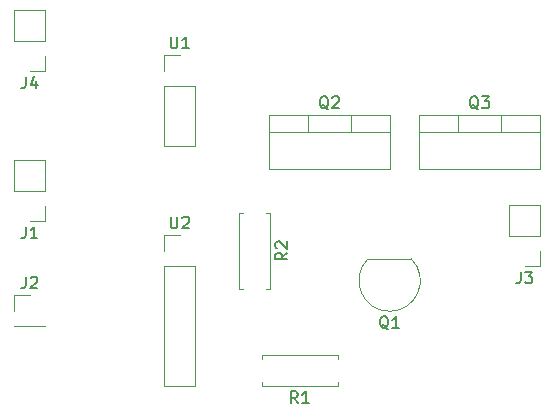
<source format=gbr>
G04 #@! TF.GenerationSoftware,KiCad,Pcbnew,5.0.0-fee4fd1~65~ubuntu17.10.1*
G04 #@! TF.CreationDate,2018-12-28T17:30:30-05:00*
G04 #@! TF.ProjectId,resetter,72657365747465722E6B696361645F70,rev?*
G04 #@! TF.SameCoordinates,Original*
G04 #@! TF.FileFunction,Legend,Top*
G04 #@! TF.FilePolarity,Positive*
%FSLAX46Y46*%
G04 Gerber Fmt 4.6, Leading zero omitted, Abs format (unit mm)*
G04 Created by KiCad (PCBNEW 5.0.0-fee4fd1~65~ubuntu17.10.1) date Fri Dec 28 17:30:30 2018*
%MOMM*%
%LPD*%
G01*
G04 APERTURE LIST*
%ADD10C,0.120000*%
%ADD11C,0.150000*%
G04 APERTURE END LIST*
D10*
G04 #@! TO.C,J1*
X30540000Y-41970000D02*
X29210000Y-41970000D01*
X30540000Y-40640000D02*
X30540000Y-41970000D01*
X30540000Y-39370000D02*
X27880000Y-39370000D01*
X27880000Y-39370000D02*
X27880000Y-36770000D01*
X30540000Y-39370000D02*
X30540000Y-36770000D01*
X30540000Y-36770000D02*
X27880000Y-36770000D01*
G04 #@! TO.C,J2*
X27880000Y-48200000D02*
X29210000Y-48200000D01*
X27880000Y-49530000D02*
X27880000Y-48200000D01*
X27880000Y-50800000D02*
X30540000Y-50800000D01*
X30540000Y-50800000D02*
X30540000Y-50860000D01*
X27880000Y-50800000D02*
X27880000Y-50860000D01*
X27880000Y-50860000D02*
X30540000Y-50860000D01*
G04 #@! TO.C,J3*
X72450000Y-40580000D02*
X69790000Y-40580000D01*
X72450000Y-43180000D02*
X72450000Y-40580000D01*
X69790000Y-43180000D02*
X69790000Y-40580000D01*
X72450000Y-43180000D02*
X69790000Y-43180000D01*
X72450000Y-44450000D02*
X72450000Y-45780000D01*
X72450000Y-45780000D02*
X71120000Y-45780000D01*
G04 #@! TO.C,J4*
X30540000Y-29270000D02*
X29210000Y-29270000D01*
X30540000Y-27940000D02*
X30540000Y-29270000D01*
X30540000Y-26670000D02*
X27880000Y-26670000D01*
X27880000Y-26670000D02*
X27880000Y-24070000D01*
X30540000Y-26670000D02*
X30540000Y-24070000D01*
X30540000Y-24070000D02*
X27880000Y-24070000D01*
G04 #@! TO.C,Q1*
X57851522Y-45151522D02*
G75*
G03X59690000Y-49590000I1838478J-1838478D01*
G01*
X61528478Y-45151522D02*
G75*
G02X59690000Y-49590000I-1838478J-1838478D01*
G01*
X61490000Y-45140000D02*
X57890000Y-45140000D01*
G04 #@! TO.C,Q2*
X56461000Y-32940000D02*
X56461000Y-34450000D01*
X52760000Y-32940000D02*
X52760000Y-34450000D01*
X49490000Y-34450000D02*
X59730000Y-34450000D01*
X59730000Y-32940000D02*
X59730000Y-37581000D01*
X49490000Y-32940000D02*
X49490000Y-37581000D01*
X49490000Y-37581000D02*
X59730000Y-37581000D01*
X49490000Y-32940000D02*
X59730000Y-32940000D01*
G04 #@! TO.C,Q3*
X62190000Y-32940000D02*
X72430000Y-32940000D01*
X62190000Y-37581000D02*
X72430000Y-37581000D01*
X62190000Y-32940000D02*
X62190000Y-37581000D01*
X72430000Y-32940000D02*
X72430000Y-37581000D01*
X62190000Y-34450000D02*
X72430000Y-34450000D01*
X65460000Y-32940000D02*
X65460000Y-34450000D01*
X69161000Y-32940000D02*
X69161000Y-34450000D01*
G04 #@! TO.C,R1*
X48860000Y-53300000D02*
X48860000Y-53630000D01*
X55280000Y-53300000D02*
X48860000Y-53300000D01*
X55280000Y-53630000D02*
X55280000Y-53300000D01*
X48860000Y-55920000D02*
X48860000Y-55590000D01*
X55280000Y-55920000D02*
X48860000Y-55920000D01*
X55280000Y-55590000D02*
X55280000Y-55920000D01*
G04 #@! TO.C,R2*
X49240000Y-41240000D02*
X49570000Y-41240000D01*
X49570000Y-41240000D02*
X49570000Y-47660000D01*
X49570000Y-47660000D02*
X49240000Y-47660000D01*
X47280000Y-41240000D02*
X46950000Y-41240000D01*
X46950000Y-41240000D02*
X46950000Y-47660000D01*
X46950000Y-47660000D02*
X47280000Y-47660000D01*
G04 #@! TO.C,U1*
X40580000Y-27880000D02*
X41910000Y-27880000D01*
X40580000Y-29210000D02*
X40580000Y-27880000D01*
X40580000Y-30480000D02*
X43240000Y-30480000D01*
X43240000Y-30480000D02*
X43240000Y-35620000D01*
X40580000Y-30480000D02*
X40580000Y-35620000D01*
X40580000Y-35620000D02*
X43240000Y-35620000D01*
G04 #@! TO.C,U2*
X40580000Y-43120000D02*
X41910000Y-43120000D01*
X40580000Y-44450000D02*
X40580000Y-43120000D01*
X40580000Y-45720000D02*
X43240000Y-45720000D01*
X43240000Y-45720000D02*
X43240000Y-55940000D01*
X40580000Y-45720000D02*
X40580000Y-55940000D01*
X40580000Y-55940000D02*
X43240000Y-55940000D01*
G04 #@! TO.C,J1*
D11*
X28876666Y-42422380D02*
X28876666Y-43136666D01*
X28829047Y-43279523D01*
X28733809Y-43374761D01*
X28590952Y-43422380D01*
X28495714Y-43422380D01*
X29876666Y-43422380D02*
X29305238Y-43422380D01*
X29590952Y-43422380D02*
X29590952Y-42422380D01*
X29495714Y-42565238D01*
X29400476Y-42660476D01*
X29305238Y-42708095D01*
G04 #@! TO.C,J2*
X28876666Y-46652380D02*
X28876666Y-47366666D01*
X28829047Y-47509523D01*
X28733809Y-47604761D01*
X28590952Y-47652380D01*
X28495714Y-47652380D01*
X29305238Y-46747619D02*
X29352857Y-46700000D01*
X29448095Y-46652380D01*
X29686190Y-46652380D01*
X29781428Y-46700000D01*
X29829047Y-46747619D01*
X29876666Y-46842857D01*
X29876666Y-46938095D01*
X29829047Y-47080952D01*
X29257619Y-47652380D01*
X29876666Y-47652380D01*
G04 #@! TO.C,J3*
X70786666Y-46232380D02*
X70786666Y-46946666D01*
X70739047Y-47089523D01*
X70643809Y-47184761D01*
X70500952Y-47232380D01*
X70405714Y-47232380D01*
X71167619Y-46232380D02*
X71786666Y-46232380D01*
X71453333Y-46613333D01*
X71596190Y-46613333D01*
X71691428Y-46660952D01*
X71739047Y-46708571D01*
X71786666Y-46803809D01*
X71786666Y-47041904D01*
X71739047Y-47137142D01*
X71691428Y-47184761D01*
X71596190Y-47232380D01*
X71310476Y-47232380D01*
X71215238Y-47184761D01*
X71167619Y-47137142D01*
G04 #@! TO.C,J4*
X28876666Y-29722380D02*
X28876666Y-30436666D01*
X28829047Y-30579523D01*
X28733809Y-30674761D01*
X28590952Y-30722380D01*
X28495714Y-30722380D01*
X29781428Y-30055714D02*
X29781428Y-30722380D01*
X29543333Y-29674761D02*
X29305238Y-30389047D01*
X29924285Y-30389047D01*
G04 #@! TO.C,Q1*
X59594761Y-51097619D02*
X59499523Y-51050000D01*
X59404285Y-50954761D01*
X59261428Y-50811904D01*
X59166190Y-50764285D01*
X59070952Y-50764285D01*
X59118571Y-51002380D02*
X59023333Y-50954761D01*
X58928095Y-50859523D01*
X58880476Y-50669047D01*
X58880476Y-50335714D01*
X58928095Y-50145238D01*
X59023333Y-50050000D01*
X59118571Y-50002380D01*
X59309047Y-50002380D01*
X59404285Y-50050000D01*
X59499523Y-50145238D01*
X59547142Y-50335714D01*
X59547142Y-50669047D01*
X59499523Y-50859523D01*
X59404285Y-50954761D01*
X59309047Y-51002380D01*
X59118571Y-51002380D01*
X60499523Y-51002380D02*
X59928095Y-51002380D01*
X60213809Y-51002380D02*
X60213809Y-50002380D01*
X60118571Y-50145238D01*
X60023333Y-50240476D01*
X59928095Y-50288095D01*
G04 #@! TO.C,Q2*
X54514761Y-32487619D02*
X54419523Y-32440000D01*
X54324285Y-32344761D01*
X54181428Y-32201904D01*
X54086190Y-32154285D01*
X53990952Y-32154285D01*
X54038571Y-32392380D02*
X53943333Y-32344761D01*
X53848095Y-32249523D01*
X53800476Y-32059047D01*
X53800476Y-31725714D01*
X53848095Y-31535238D01*
X53943333Y-31440000D01*
X54038571Y-31392380D01*
X54229047Y-31392380D01*
X54324285Y-31440000D01*
X54419523Y-31535238D01*
X54467142Y-31725714D01*
X54467142Y-32059047D01*
X54419523Y-32249523D01*
X54324285Y-32344761D01*
X54229047Y-32392380D01*
X54038571Y-32392380D01*
X54848095Y-31487619D02*
X54895714Y-31440000D01*
X54990952Y-31392380D01*
X55229047Y-31392380D01*
X55324285Y-31440000D01*
X55371904Y-31487619D01*
X55419523Y-31582857D01*
X55419523Y-31678095D01*
X55371904Y-31820952D01*
X54800476Y-32392380D01*
X55419523Y-32392380D01*
G04 #@! TO.C,Q3*
X67214761Y-32487619D02*
X67119523Y-32440000D01*
X67024285Y-32344761D01*
X66881428Y-32201904D01*
X66786190Y-32154285D01*
X66690952Y-32154285D01*
X66738571Y-32392380D02*
X66643333Y-32344761D01*
X66548095Y-32249523D01*
X66500476Y-32059047D01*
X66500476Y-31725714D01*
X66548095Y-31535238D01*
X66643333Y-31440000D01*
X66738571Y-31392380D01*
X66929047Y-31392380D01*
X67024285Y-31440000D01*
X67119523Y-31535238D01*
X67167142Y-31725714D01*
X67167142Y-32059047D01*
X67119523Y-32249523D01*
X67024285Y-32344761D01*
X66929047Y-32392380D01*
X66738571Y-32392380D01*
X67500476Y-31392380D02*
X68119523Y-31392380D01*
X67786190Y-31773333D01*
X67929047Y-31773333D01*
X68024285Y-31820952D01*
X68071904Y-31868571D01*
X68119523Y-31963809D01*
X68119523Y-32201904D01*
X68071904Y-32297142D01*
X68024285Y-32344761D01*
X67929047Y-32392380D01*
X67643333Y-32392380D01*
X67548095Y-32344761D01*
X67500476Y-32297142D01*
G04 #@! TO.C,R1*
X51903333Y-57372380D02*
X51570000Y-56896190D01*
X51331904Y-57372380D02*
X51331904Y-56372380D01*
X51712857Y-56372380D01*
X51808095Y-56420000D01*
X51855714Y-56467619D01*
X51903333Y-56562857D01*
X51903333Y-56705714D01*
X51855714Y-56800952D01*
X51808095Y-56848571D01*
X51712857Y-56896190D01*
X51331904Y-56896190D01*
X52855714Y-57372380D02*
X52284285Y-57372380D01*
X52570000Y-57372380D02*
X52570000Y-56372380D01*
X52474761Y-56515238D01*
X52379523Y-56610476D01*
X52284285Y-56658095D01*
G04 #@! TO.C,R2*
X51022380Y-44616666D02*
X50546190Y-44950000D01*
X51022380Y-45188095D02*
X50022380Y-45188095D01*
X50022380Y-44807142D01*
X50070000Y-44711904D01*
X50117619Y-44664285D01*
X50212857Y-44616666D01*
X50355714Y-44616666D01*
X50450952Y-44664285D01*
X50498571Y-44711904D01*
X50546190Y-44807142D01*
X50546190Y-45188095D01*
X50117619Y-44235714D02*
X50070000Y-44188095D01*
X50022380Y-44092857D01*
X50022380Y-43854761D01*
X50070000Y-43759523D01*
X50117619Y-43711904D01*
X50212857Y-43664285D01*
X50308095Y-43664285D01*
X50450952Y-43711904D01*
X51022380Y-44283333D01*
X51022380Y-43664285D01*
G04 #@! TO.C,U1*
X41148095Y-26332380D02*
X41148095Y-27141904D01*
X41195714Y-27237142D01*
X41243333Y-27284761D01*
X41338571Y-27332380D01*
X41529047Y-27332380D01*
X41624285Y-27284761D01*
X41671904Y-27237142D01*
X41719523Y-27141904D01*
X41719523Y-26332380D01*
X42719523Y-27332380D02*
X42148095Y-27332380D01*
X42433809Y-27332380D02*
X42433809Y-26332380D01*
X42338571Y-26475238D01*
X42243333Y-26570476D01*
X42148095Y-26618095D01*
G04 #@! TO.C,U2*
X41148095Y-41572380D02*
X41148095Y-42381904D01*
X41195714Y-42477142D01*
X41243333Y-42524761D01*
X41338571Y-42572380D01*
X41529047Y-42572380D01*
X41624285Y-42524761D01*
X41671904Y-42477142D01*
X41719523Y-42381904D01*
X41719523Y-41572380D01*
X42148095Y-41667619D02*
X42195714Y-41620000D01*
X42290952Y-41572380D01*
X42529047Y-41572380D01*
X42624285Y-41620000D01*
X42671904Y-41667619D01*
X42719523Y-41762857D01*
X42719523Y-41858095D01*
X42671904Y-42000952D01*
X42100476Y-42572380D01*
X42719523Y-42572380D01*
G04 #@! TD*
M02*

</source>
